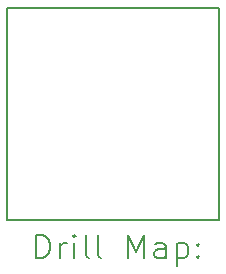
<source format=gbr>
%TF.GenerationSoftware,KiCad,Pcbnew,7.0.9-7.0.9~ubuntu22.04.1*%
%TF.CreationDate,2023-12-17T21:42:43+01:00*%
%TF.ProjectId,StarPCB,53746172-5043-4422-9e6b-696361645f70,rev?*%
%TF.SameCoordinates,Original*%
%TF.FileFunction,Drillmap*%
%TF.FilePolarity,Positive*%
%FSLAX45Y45*%
G04 Gerber Fmt 4.5, Leading zero omitted, Abs format (unit mm)*
G04 Created by KiCad (PCBNEW 7.0.9-7.0.9~ubuntu22.04.1) date 2023-12-17 21:42:43*
%MOMM*%
%LPD*%
G01*
G04 APERTURE LIST*
%ADD10C,0.200000*%
G04 APERTURE END LIST*
D10*
X11255600Y-6378800D02*
X13055600Y-6378800D01*
X13055600Y-8178800D01*
X11255600Y-8178800D01*
X11255600Y-6378800D01*
X11506377Y-8500284D02*
X11506377Y-8300284D01*
X11506377Y-8300284D02*
X11553996Y-8300284D01*
X11553996Y-8300284D02*
X11582567Y-8309808D01*
X11582567Y-8309808D02*
X11601615Y-8328855D01*
X11601615Y-8328855D02*
X11611139Y-8347903D01*
X11611139Y-8347903D02*
X11620662Y-8385998D01*
X11620662Y-8385998D02*
X11620662Y-8414570D01*
X11620662Y-8414570D02*
X11611139Y-8452665D01*
X11611139Y-8452665D02*
X11601615Y-8471712D01*
X11601615Y-8471712D02*
X11582567Y-8490760D01*
X11582567Y-8490760D02*
X11553996Y-8500284D01*
X11553996Y-8500284D02*
X11506377Y-8500284D01*
X11706377Y-8500284D02*
X11706377Y-8366950D01*
X11706377Y-8405046D02*
X11715901Y-8385998D01*
X11715901Y-8385998D02*
X11725424Y-8376474D01*
X11725424Y-8376474D02*
X11744472Y-8366950D01*
X11744472Y-8366950D02*
X11763520Y-8366950D01*
X11830186Y-8500284D02*
X11830186Y-8366950D01*
X11830186Y-8300284D02*
X11820662Y-8309808D01*
X11820662Y-8309808D02*
X11830186Y-8319331D01*
X11830186Y-8319331D02*
X11839710Y-8309808D01*
X11839710Y-8309808D02*
X11830186Y-8300284D01*
X11830186Y-8300284D02*
X11830186Y-8319331D01*
X11953996Y-8500284D02*
X11934948Y-8490760D01*
X11934948Y-8490760D02*
X11925424Y-8471712D01*
X11925424Y-8471712D02*
X11925424Y-8300284D01*
X12058758Y-8500284D02*
X12039710Y-8490760D01*
X12039710Y-8490760D02*
X12030186Y-8471712D01*
X12030186Y-8471712D02*
X12030186Y-8300284D01*
X12287329Y-8500284D02*
X12287329Y-8300284D01*
X12287329Y-8300284D02*
X12353996Y-8443141D01*
X12353996Y-8443141D02*
X12420662Y-8300284D01*
X12420662Y-8300284D02*
X12420662Y-8500284D01*
X12601615Y-8500284D02*
X12601615Y-8395522D01*
X12601615Y-8395522D02*
X12592091Y-8376474D01*
X12592091Y-8376474D02*
X12573043Y-8366950D01*
X12573043Y-8366950D02*
X12534948Y-8366950D01*
X12534948Y-8366950D02*
X12515901Y-8376474D01*
X12601615Y-8490760D02*
X12582567Y-8500284D01*
X12582567Y-8500284D02*
X12534948Y-8500284D01*
X12534948Y-8500284D02*
X12515901Y-8490760D01*
X12515901Y-8490760D02*
X12506377Y-8471712D01*
X12506377Y-8471712D02*
X12506377Y-8452665D01*
X12506377Y-8452665D02*
X12515901Y-8433617D01*
X12515901Y-8433617D02*
X12534948Y-8424093D01*
X12534948Y-8424093D02*
X12582567Y-8424093D01*
X12582567Y-8424093D02*
X12601615Y-8414570D01*
X12696853Y-8366950D02*
X12696853Y-8566950D01*
X12696853Y-8376474D02*
X12715901Y-8366950D01*
X12715901Y-8366950D02*
X12753996Y-8366950D01*
X12753996Y-8366950D02*
X12773043Y-8376474D01*
X12773043Y-8376474D02*
X12782567Y-8385998D01*
X12782567Y-8385998D02*
X12792091Y-8405046D01*
X12792091Y-8405046D02*
X12792091Y-8462189D01*
X12792091Y-8462189D02*
X12782567Y-8481236D01*
X12782567Y-8481236D02*
X12773043Y-8490760D01*
X12773043Y-8490760D02*
X12753996Y-8500284D01*
X12753996Y-8500284D02*
X12715901Y-8500284D01*
X12715901Y-8500284D02*
X12696853Y-8490760D01*
X12877805Y-8481236D02*
X12887329Y-8490760D01*
X12887329Y-8490760D02*
X12877805Y-8500284D01*
X12877805Y-8500284D02*
X12868282Y-8490760D01*
X12868282Y-8490760D02*
X12877805Y-8481236D01*
X12877805Y-8481236D02*
X12877805Y-8500284D01*
X12877805Y-8376474D02*
X12887329Y-8385998D01*
X12887329Y-8385998D02*
X12877805Y-8395522D01*
X12877805Y-8395522D02*
X12868282Y-8385998D01*
X12868282Y-8385998D02*
X12877805Y-8376474D01*
X12877805Y-8376474D02*
X12877805Y-8395522D01*
M02*

</source>
